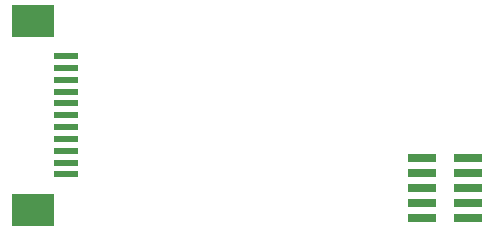
<source format=gbr>
G04 #@! TF.GenerationSoftware,KiCad,Pcbnew,8.0.8*
G04 #@! TF.CreationDate,2025-02-05T10:03:22-05:00*
G04 #@! TF.ProjectId,RW_board,52575f62-6f61-4726-942e-6b696361645f,rev?*
G04 #@! TF.SameCoordinates,Original*
G04 #@! TF.FileFunction,Paste,Bot*
G04 #@! TF.FilePolarity,Positive*
%FSLAX46Y46*%
G04 Gerber Fmt 4.6, Leading zero omitted, Abs format (unit mm)*
G04 Created by KiCad (PCBNEW 8.0.8) date 2025-02-05 10:03:22*
%MOMM*%
%LPD*%
G01*
G04 APERTURE LIST*
%ADD10R,2.400000X0.760000*%
%ADD11R,2.000000X0.610000*%
%ADD12R,3.600000X2.680000*%
G04 APERTURE END LIST*
D10*
X169590000Y-103124000D03*
X165690000Y-103124000D03*
X169590000Y-104394000D03*
X165690000Y-104394000D03*
X169590000Y-105664000D03*
X165690000Y-105664000D03*
X169590000Y-106934000D03*
X165690000Y-106934000D03*
X169590000Y-108204000D03*
X165690000Y-108204000D03*
D11*
X135585200Y-104500000D03*
X135585200Y-103500000D03*
X135585200Y-102500000D03*
X135585200Y-101500000D03*
X135585200Y-100500000D03*
X135585200Y-99500000D03*
X135585200Y-98500000D03*
X135585200Y-97500000D03*
X135585200Y-96500000D03*
X135585200Y-95500000D03*
X135585200Y-94500000D03*
D12*
X132785200Y-107490000D03*
X132785200Y-91510000D03*
M02*

</source>
